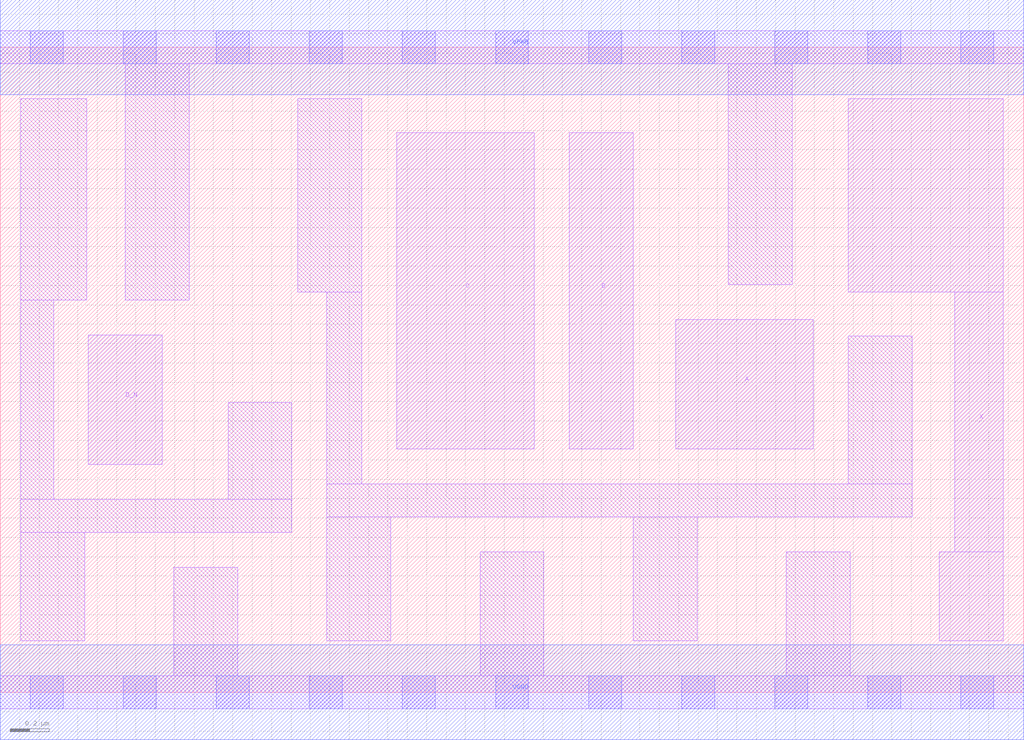
<source format=lef>
# Copyright 2020 The SkyWater PDK Authors
#
# Licensed under the Apache License, Version 2.0 (the "License");
# you may not use this file except in compliance with the License.
# You may obtain a copy of the License at
#
#     https://www.apache.org/licenses/LICENSE-2.0
#
# Unless required by applicable law or agreed to in writing, software
# distributed under the License is distributed on an "AS IS" BASIS,
# WITHOUT WARRANTIES OR CONDITIONS OF ANY KIND, either express or implied.
# See the License for the specific language governing permissions and
# limitations under the License.
#
# SPDX-License-Identifier: Apache-2.0

VERSION 5.7 ;
  NAMESCASESENSITIVE ON ;
  NOWIREEXTENSIONATPIN ON ;
  DIVIDERCHAR "/" ;
  BUSBITCHARS "[]" ;
UNITS
  DATABASE MICRONS 200 ;
END UNITS
MACRO sky130_fd_sc_lp__or4b_lp
  CLASS CORE ;
  SOURCE USER ;
  FOREIGN sky130_fd_sc_lp__or4b_lp ;
  ORIGIN  0.000000  0.000000 ;
  SIZE  5.280000 BY  3.330000 ;
  SYMMETRY X Y R90 ;
  SITE unit ;
  PIN A
    ANTENNAGATEAREA  0.376000 ;
    DIRECTION INPUT ;
    USE SIGNAL ;
    PORT
      LAYER li1 ;
        RECT 3.485000 1.255000 4.195000 1.925000 ;
    END
  END A
  PIN B
    ANTENNAGATEAREA  0.376000 ;
    DIRECTION INPUT ;
    USE SIGNAL ;
    PORT
      LAYER li1 ;
        RECT 2.935000 1.255000 3.265000 2.890000 ;
    END
  END B
  PIN C
    ANTENNAGATEAREA  0.376000 ;
    DIRECTION INPUT ;
    USE SIGNAL ;
    PORT
      LAYER li1 ;
        RECT 2.045000 1.255000 2.755000 2.890000 ;
    END
  END C
  PIN D_N
    ANTENNAGATEAREA  0.376000 ;
    DIRECTION INPUT ;
    USE SIGNAL ;
    PORT
      LAYER li1 ;
        RECT 0.455000 1.175000 0.835000 1.845000 ;
    END
  END D_N
  PIN X
    ANTENNADIFFAREA  0.400500 ;
    DIRECTION OUTPUT ;
    USE SIGNAL ;
    PORT
      LAYER li1 ;
        RECT 4.375000 2.065000 5.175000 3.065000 ;
        RECT 4.845000 0.265000 5.175000 0.725000 ;
        RECT 4.925000 0.725000 5.175000 2.065000 ;
    END
  END X
  PIN VGND
    DIRECTION INOUT ;
    USE GROUND ;
    PORT
      LAYER met1 ;
        RECT 0.000000 -0.245000 5.280000 0.245000 ;
    END
  END VGND
  PIN VPWR
    DIRECTION INOUT ;
    USE POWER ;
    PORT
      LAYER met1 ;
        RECT 0.000000 3.085000 5.280000 3.575000 ;
    END
  END VPWR
  OBS
    LAYER li1 ;
      RECT 0.000000 -0.085000 5.280000 0.085000 ;
      RECT 0.000000  3.245000 5.280000 3.415000 ;
      RECT 0.105000  0.265000 0.435000 0.825000 ;
      RECT 0.105000  0.825000 1.505000 0.995000 ;
      RECT 0.105000  0.995000 0.275000 2.025000 ;
      RECT 0.105000  2.025000 0.445000 3.065000 ;
      RECT 0.645000  2.025000 0.975000 3.245000 ;
      RECT 0.895000  0.085000 1.225000 0.645000 ;
      RECT 1.175000  0.995000 1.505000 1.495000 ;
      RECT 1.535000  2.065000 1.865000 3.065000 ;
      RECT 1.685000  0.265000 2.015000 0.905000 ;
      RECT 1.685000  0.905000 4.705000 1.075000 ;
      RECT 1.685000  1.075000 1.865000 2.065000 ;
      RECT 2.475000  0.085000 2.805000 0.725000 ;
      RECT 3.265000  0.265000 3.595000 0.905000 ;
      RECT 3.755000  2.105000 4.085000 3.245000 ;
      RECT 4.055000  0.085000 4.385000 0.725000 ;
      RECT 4.375000  1.075000 4.705000 1.840000 ;
    LAYER mcon ;
      RECT 0.155000 -0.085000 0.325000 0.085000 ;
      RECT 0.155000  3.245000 0.325000 3.415000 ;
      RECT 0.635000 -0.085000 0.805000 0.085000 ;
      RECT 0.635000  3.245000 0.805000 3.415000 ;
      RECT 1.115000 -0.085000 1.285000 0.085000 ;
      RECT 1.115000  3.245000 1.285000 3.415000 ;
      RECT 1.595000 -0.085000 1.765000 0.085000 ;
      RECT 1.595000  3.245000 1.765000 3.415000 ;
      RECT 2.075000 -0.085000 2.245000 0.085000 ;
      RECT 2.075000  3.245000 2.245000 3.415000 ;
      RECT 2.555000 -0.085000 2.725000 0.085000 ;
      RECT 2.555000  3.245000 2.725000 3.415000 ;
      RECT 3.035000 -0.085000 3.205000 0.085000 ;
      RECT 3.035000  3.245000 3.205000 3.415000 ;
      RECT 3.515000 -0.085000 3.685000 0.085000 ;
      RECT 3.515000  3.245000 3.685000 3.415000 ;
      RECT 3.995000 -0.085000 4.165000 0.085000 ;
      RECT 3.995000  3.245000 4.165000 3.415000 ;
      RECT 4.475000 -0.085000 4.645000 0.085000 ;
      RECT 4.475000  3.245000 4.645000 3.415000 ;
      RECT 4.955000 -0.085000 5.125000 0.085000 ;
      RECT 4.955000  3.245000 5.125000 3.415000 ;
  END
END sky130_fd_sc_lp__or4b_lp
END LIBRARY

</source>
